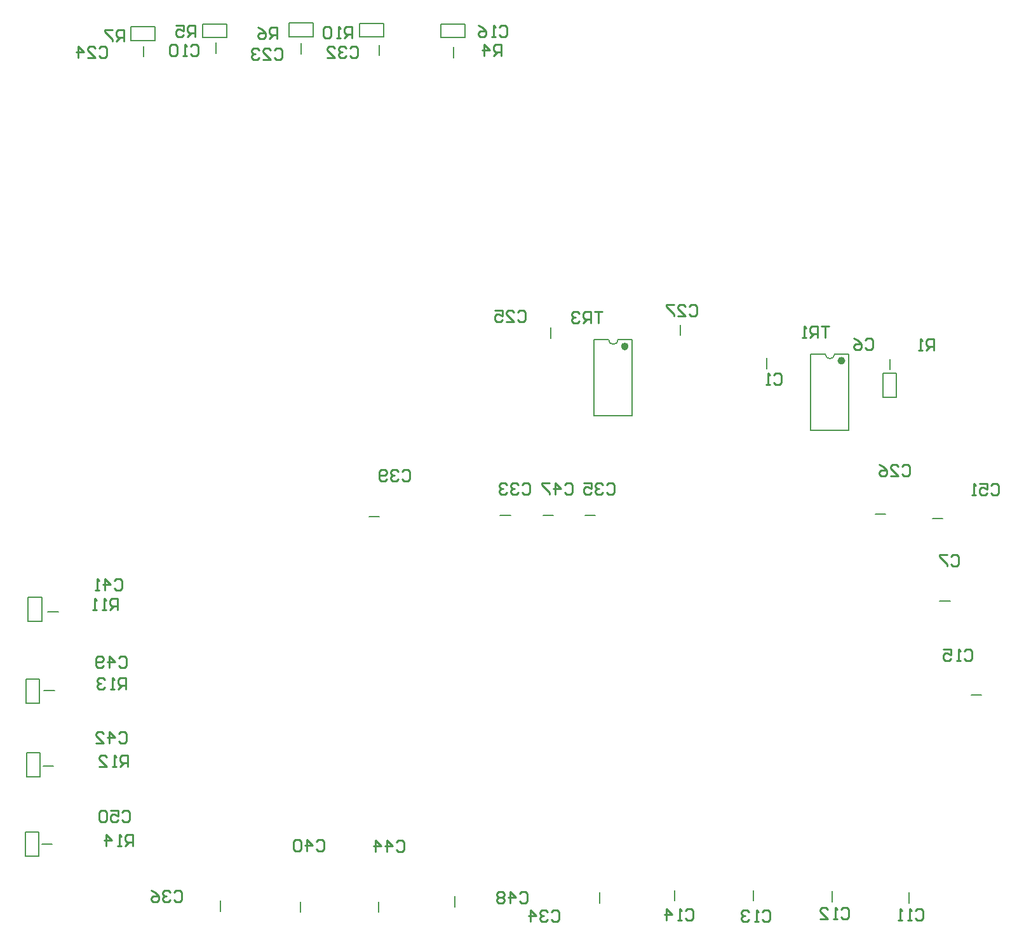
<source format=gbo>
G04*
G04 #@! TF.GenerationSoftware,Altium Limited,Altium Designer,20.1.8 (145)*
G04*
G04 Layer_Color=32896*
%FSLAX25Y25*%
%MOIN*%
G70*
G04*
G04 #@! TF.SameCoordinates,44B5AA11-E380-4430-9A95-22E2941CD606*
G04*
G04*
G04 #@! TF.FilePolarity,Positive*
G04*
G01*
G75*
%ADD11C,0.00787*%
%ADD13C,0.01968*%
%ADD16C,0.01000*%
D11*
X433587Y312500D02*
G03*
X438587Y312500I2500J0D01*
G01*
X319913Y320000D02*
G03*
X324913Y320000I2500J0D01*
G01*
X21260Y129134D02*
Y132923D01*
X14173Y129134D02*
X21260D01*
X14173D02*
Y141732D01*
X18701D01*
X21260Y132923D02*
Y141732D01*
X18701D02*
X21260D01*
X289488Y320744D02*
Y326256D01*
X402988Y304744D02*
Y310256D01*
X438587Y312500D02*
X446087D01*
X426087D02*
X433587D01*
X426087Y272500D02*
Y312500D01*
Y272500D02*
X446087D01*
Y312500D01*
X468307Y302362D02*
X470866D01*
Y293553D02*
Y302362D01*
X463779D02*
X468307D01*
X463779Y289764D02*
Y302362D01*
Y289764D02*
X470866D01*
Y293553D01*
X467500Y304244D02*
Y309756D01*
X315354Y24016D02*
Y29528D01*
X354724Y25197D02*
Y30709D01*
X396063Y25197D02*
Y30709D01*
X437402Y24803D02*
Y30315D01*
X477559Y24016D02*
Y29528D01*
X324913Y320000D02*
X332413D01*
X312413D02*
X319913D01*
X312413Y280000D02*
Y320000D01*
Y280000D02*
X332413D01*
Y320000D01*
X81890Y477165D02*
Y479724D01*
X73081Y477165D02*
X81890D01*
Y479724D02*
Y484252D01*
X69291D02*
X81890D01*
X69291Y477165D02*
Y484252D01*
Y477165D02*
X73081D01*
X119685Y478740D02*
Y481299D01*
X110876Y478740D02*
X119685D01*
Y481299D02*
Y485827D01*
X107087D02*
X119685D01*
X107087Y478740D02*
Y485827D01*
Y478740D02*
X110876D01*
X164961Y479134D02*
Y481693D01*
X156152Y479134D02*
X164961D01*
Y481693D02*
Y486221D01*
X152362D02*
X164961D01*
X152362Y479134D02*
Y486221D01*
Y479134D02*
X156152D01*
X201870Y478839D02*
Y481398D01*
X193061Y478839D02*
X201870D01*
Y481398D02*
Y485925D01*
X189272D02*
X201870D01*
X189272Y478839D02*
Y485925D01*
Y478839D02*
X193061D01*
X244488Y478740D02*
Y481299D01*
X235679Y478740D02*
X244488D01*
Y481299D02*
Y485827D01*
X231890D02*
X244488D01*
X231890Y478740D02*
Y485827D01*
Y478740D02*
X235679D01*
X19882Y184646D02*
X22441D01*
Y175837D02*
Y184646D01*
X15354D02*
X19882D01*
X15354Y172047D02*
Y184646D01*
Y172047D02*
X22441D01*
Y175837D01*
X25591Y177165D02*
X31102D01*
X23622Y135827D02*
X29134D01*
X19094Y102953D02*
X21654D01*
Y94144D02*
Y102953D01*
X14567D02*
X19094D01*
X14567Y90354D02*
Y102953D01*
Y90354D02*
X21654D01*
Y94144D01*
X23228Y96063D02*
X28740D01*
X18307Y61417D02*
X20866D01*
Y52608D02*
Y61417D01*
X13780D02*
X18307D01*
X13780Y48819D02*
Y61417D01*
Y48819D02*
X20866D01*
Y52608D01*
X22441Y55118D02*
X27953D01*
X116142Y19685D02*
Y25197D01*
X158268Y19291D02*
Y24803D01*
X199213Y19291D02*
Y24803D01*
X239370Y22047D02*
Y27559D01*
X510236Y133465D02*
X515748D01*
X493697Y182811D02*
X499209D01*
X194095Y227165D02*
X199606D01*
X459842Y228346D02*
X465354D01*
X489764Y225984D02*
X495276D01*
X75984Y468504D02*
Y474016D01*
X113779Y470472D02*
Y475984D01*
X158661Y470079D02*
Y475591D01*
X199606Y469291D02*
Y474803D01*
X238583Y468110D02*
Y473622D01*
X307480Y227559D02*
X312992D01*
X262992D02*
X268504D01*
X285433Y227559D02*
X290945D01*
X357500Y322244D02*
Y327756D01*
D13*
X443118Y308878D02*
G03*
X443118Y308878I-1028J0D01*
G01*
X329445Y316378D02*
G03*
X329445Y316378I-1028J0D01*
G01*
D16*
X66553Y136371D02*
Y142369D01*
X63554D01*
X62554Y141369D01*
Y139370D01*
X63554Y138370D01*
X66553D01*
X64553D02*
X62554Y136371D01*
X60555D02*
X58555D01*
X59555D01*
Y142369D01*
X60555Y141369D01*
X55556D02*
X54557Y142369D01*
X52557D01*
X51557Y141369D01*
Y140370D01*
X52557Y139370D01*
X53557D01*
X52557D01*
X51557Y138370D01*
Y137371D01*
X52557Y136371D01*
X54557D01*
X55556Y137371D01*
X316500Y334698D02*
X312501D01*
X314501D01*
Y328700D01*
X310502D02*
Y334698D01*
X307503D01*
X306503Y333698D01*
Y331699D01*
X307503Y330699D01*
X310502D01*
X308503D02*
X306503Y328700D01*
X304504Y333698D02*
X303504Y334698D01*
X301505D01*
X300505Y333698D01*
Y332699D01*
X301505Y331699D01*
X302504D01*
X301505D01*
X300505Y330699D01*
Y329700D01*
X301505Y328700D01*
X303504D01*
X304504Y329700D01*
X435738Y327015D02*
X431739D01*
X433739D01*
Y321017D01*
X429740D02*
Y327015D01*
X426741D01*
X425741Y326015D01*
Y324016D01*
X426741Y323016D01*
X429740D01*
X427740D02*
X425741Y321017D01*
X423742D02*
X421742D01*
X422742D01*
Y327015D01*
X423742Y326015D01*
X70096Y54088D02*
Y60086D01*
X67097D01*
X66097Y59086D01*
Y57087D01*
X67097Y56087D01*
X70096D01*
X68097D02*
X66097Y54088D01*
X64098D02*
X62099D01*
X63098D01*
Y60086D01*
X64098Y59086D01*
X56100Y54088D02*
Y60086D01*
X59100Y57087D01*
X55101D01*
X67734Y95820D02*
Y101818D01*
X64735D01*
X63735Y100818D01*
Y98819D01*
X64735Y97819D01*
X67734D01*
X65734D02*
X63735Y95820D01*
X61736D02*
X59736D01*
X60736D01*
Y101818D01*
X61736Y100818D01*
X52739Y95820D02*
X56737D01*
X52739Y99819D01*
Y100818D01*
X53738Y101818D01*
X55738D01*
X56737Y100818D01*
X62403Y178103D02*
Y184101D01*
X59404D01*
X58405Y183102D01*
Y181102D01*
X59404Y180103D01*
X62403D01*
X60404D02*
X58405Y178103D01*
X56405D02*
X54406D01*
X55406D01*
Y184101D01*
X56405Y183102D01*
X51407Y178103D02*
X49408D01*
X50407D01*
Y184101D01*
X51407Y183102D01*
X185352Y478202D02*
Y484200D01*
X182353D01*
X181353Y483200D01*
Y481201D01*
X182353Y480201D01*
X185352D01*
X183352D02*
X181353Y478202D01*
X179354D02*
X177355D01*
X178354D01*
Y484200D01*
X179354Y483200D01*
X174355D02*
X173356Y484200D01*
X171356D01*
X170357Y483200D01*
Y479201D01*
X171356Y478202D01*
X173356D01*
X174355Y479201D01*
Y483200D01*
X65628Y476529D02*
Y482527D01*
X62629D01*
X61630Y481527D01*
Y479528D01*
X62629Y478528D01*
X65628D01*
X63629D02*
X61630Y476529D01*
X59630Y482527D02*
X55632D01*
Y481527D01*
X59630Y477528D01*
Y476529D01*
X145943Y478103D02*
Y484101D01*
X142944D01*
X141945Y483102D01*
Y481102D01*
X142944Y480103D01*
X145943D01*
X143944D02*
X141945Y478103D01*
X135947Y484101D02*
X137946Y483102D01*
X139945Y481102D01*
Y479103D01*
X138945Y478103D01*
X136946D01*
X135947Y479103D01*
Y480103D01*
X136946Y481102D01*
X139945D01*
X103030Y478891D02*
Y484889D01*
X100031D01*
X99031Y483889D01*
Y481890D01*
X100031Y480890D01*
X103030D01*
X101031D02*
X99031Y478891D01*
X93033Y484889D02*
X97032D01*
Y481890D01*
X95033Y482889D01*
X94033D01*
X93033Y481890D01*
Y479890D01*
X94033Y478891D01*
X96032D01*
X97032Y479890D01*
X263660Y469048D02*
Y475046D01*
X260661D01*
X259661Y474047D01*
Y472047D01*
X260661Y471048D01*
X263660D01*
X261660D02*
X259661Y469048D01*
X254663D02*
Y475046D01*
X257662Y472047D01*
X253663D01*
X490613Y314324D02*
Y320322D01*
X487614D01*
X486614Y319322D01*
Y317323D01*
X487614Y316323D01*
X490613D01*
X488614D02*
X486614Y314324D01*
X484615D02*
X482616D01*
X483615D01*
Y320322D01*
X484615Y319322D01*
X520716Y243338D02*
X521715Y244338D01*
X523715D01*
X524714Y243338D01*
Y239339D01*
X523715Y238340D01*
X521715D01*
X520716Y239339D01*
X514717Y244338D02*
X518716D01*
Y241339D01*
X516717Y242338D01*
X515717D01*
X514717Y241339D01*
Y239339D01*
X515717Y238340D01*
X517717D01*
X518716Y239339D01*
X512718Y238340D02*
X510719D01*
X511719D01*
Y244338D01*
X512718Y243338D01*
X64629Y71684D02*
X65628Y72684D01*
X67628D01*
X68627Y71684D01*
Y67686D01*
X67628Y66686D01*
X65628D01*
X64629Y67686D01*
X58631Y72684D02*
X62629D01*
Y69685D01*
X60630Y70685D01*
X59630D01*
X58631Y69685D01*
Y67686D01*
X59630Y66686D01*
X61630D01*
X62629Y67686D01*
X56631Y71684D02*
X55632Y72684D01*
X53632D01*
X52632Y71684D01*
Y67686D01*
X53632Y66686D01*
X55632D01*
X56631Y67686D01*
Y71684D01*
X63054Y152787D02*
X64053Y153786D01*
X66053D01*
X67053Y152787D01*
Y148788D01*
X66053Y147788D01*
X64053D01*
X63054Y148788D01*
X58055Y147788D02*
Y153786D01*
X61054Y150787D01*
X57056D01*
X55056Y148788D02*
X54057Y147788D01*
X52057D01*
X51058Y148788D01*
Y152787D01*
X52057Y153786D01*
X54057D01*
X55056Y152787D01*
Y151787D01*
X54057Y150787D01*
X51058D01*
X273290Y29165D02*
X274290Y30164D01*
X276289D01*
X277289Y29165D01*
Y25166D01*
X276289Y24166D01*
X274290D01*
X273290Y25166D01*
X268292Y24166D02*
Y30164D01*
X271291Y27165D01*
X267292D01*
X265293Y29165D02*
X264293Y30164D01*
X262294D01*
X261294Y29165D01*
Y28165D01*
X262294Y27165D01*
X261294Y26166D01*
Y25166D01*
X262294Y24166D01*
X264293D01*
X265293Y25166D01*
Y26166D01*
X264293Y27165D01*
X265293Y28165D01*
Y29165D01*
X264293Y27165D02*
X262294D01*
X296908Y243755D02*
X297908Y244755D01*
X299907D01*
X300907Y243755D01*
Y239756D01*
X299907Y238757D01*
X297908D01*
X296908Y239756D01*
X291910Y238757D02*
Y244755D01*
X294909Y241756D01*
X290910D01*
X288911Y244755D02*
X284912D01*
Y243755D01*
X288911Y239756D01*
Y238757D01*
X208723Y55936D02*
X209723Y56936D01*
X211722D01*
X212722Y55936D01*
Y51938D01*
X211722Y50938D01*
X209723D01*
X208723Y51938D01*
X203725Y50938D02*
Y56936D01*
X206724Y53937D01*
X202725D01*
X197727Y50938D02*
Y56936D01*
X200726Y53937D01*
X196727D01*
X63054Y113023D02*
X64053Y114023D01*
X66053D01*
X67053Y113023D01*
Y109024D01*
X66053Y108025D01*
X64053D01*
X63054Y109024D01*
X58055Y108025D02*
Y114023D01*
X61054Y111024D01*
X57056D01*
X51058Y108025D02*
X55056D01*
X51058Y112023D01*
Y113023D01*
X52057Y114023D01*
X54057D01*
X55056Y113023D01*
X60479Y193338D02*
X61479Y194338D01*
X63478D01*
X64478Y193338D01*
Y189339D01*
X63478Y188340D01*
X61479D01*
X60479Y189339D01*
X55481Y188340D02*
Y194338D01*
X58480Y191339D01*
X54481D01*
X52482Y188340D02*
X50483D01*
X51482D01*
Y194338D01*
X52482Y193338D01*
X166597Y56330D02*
X167597Y57330D01*
X169596D01*
X170596Y56330D01*
Y52331D01*
X169596Y51332D01*
X167597D01*
X166597Y52331D01*
X161599Y51332D02*
Y57330D01*
X164598Y54331D01*
X160599D01*
X158600Y56330D02*
X157600Y57330D01*
X155601D01*
X154601Y56330D01*
Y52331D01*
X155601Y51332D01*
X157600D01*
X158600Y52331D01*
Y56330D01*
X211479Y250818D02*
X212479Y251818D01*
X214478D01*
X215478Y250818D01*
Y246819D01*
X214478Y245820D01*
X212479D01*
X211479Y246819D01*
X209480Y250818D02*
X208480Y251818D01*
X206481D01*
X205481Y250818D01*
Y249819D01*
X206481Y248819D01*
X207480D01*
X206481D01*
X205481Y247819D01*
Y246819D01*
X206481Y245820D01*
X208480D01*
X209480Y246819D01*
X203482D02*
X202482Y245820D01*
X200483D01*
X199483Y246819D01*
Y250818D01*
X200483Y251818D01*
X202482D01*
X203482Y250818D01*
Y249819D01*
X202482Y248819D01*
X199483D01*
X91794Y29558D02*
X92794Y30558D01*
X94793D01*
X95793Y29558D01*
Y25560D01*
X94793Y24560D01*
X92794D01*
X91794Y25560D01*
X89795Y29558D02*
X88795Y30558D01*
X86796D01*
X85796Y29558D01*
Y28559D01*
X86796Y27559D01*
X87795D01*
X86796D01*
X85796Y26559D01*
Y25560D01*
X86796Y24560D01*
X88795D01*
X89795Y25560D01*
X79798Y30558D02*
X81797Y29558D01*
X83797Y27559D01*
Y25560D01*
X82797Y24560D01*
X80797D01*
X79798Y25560D01*
Y26559D01*
X80797Y27559D01*
X83797D01*
X318989Y243761D02*
X319988Y244760D01*
X321988D01*
X322987Y243761D01*
Y239762D01*
X321988Y238762D01*
X319988D01*
X318989Y239762D01*
X316989Y243761D02*
X315990Y244760D01*
X313990D01*
X312991Y243761D01*
Y242761D01*
X313990Y241761D01*
X314990D01*
X313990D01*
X312991Y240762D01*
Y239762D01*
X313990Y238762D01*
X315990D01*
X316989Y239762D01*
X306993Y244760D02*
X310991D01*
Y241761D01*
X308992Y242761D01*
X307992D01*
X306993Y241761D01*
Y239762D01*
X307992Y238762D01*
X309992D01*
X310991Y239762D01*
X289826Y19322D02*
X290825Y20322D01*
X292825D01*
X293824Y19322D01*
Y15324D01*
X292825Y14324D01*
X290825D01*
X289826Y15324D01*
X287826Y19322D02*
X286826Y20322D01*
X284827D01*
X283827Y19322D01*
Y18323D01*
X284827Y17323D01*
X285827D01*
X284827D01*
X283827Y16323D01*
Y15324D01*
X284827Y14324D01*
X286826D01*
X287826Y15324D01*
X278829Y14324D02*
Y20322D01*
X281828Y17323D01*
X277829D01*
X274457Y243765D02*
X275457Y244765D01*
X277456D01*
X278456Y243765D01*
Y239767D01*
X277456Y238767D01*
X275457D01*
X274457Y239767D01*
X272458Y243765D02*
X271458Y244765D01*
X269459D01*
X268459Y243765D01*
Y242766D01*
X269459Y241766D01*
X270459D01*
X269459D01*
X268459Y240766D01*
Y239767D01*
X269459Y238767D01*
X271458D01*
X272458Y239767D01*
X266460Y243765D02*
X265460Y244765D01*
X263461D01*
X262461Y243765D01*
Y242766D01*
X263461Y241766D01*
X264460D01*
X263461D01*
X262461Y240766D01*
Y239767D01*
X263461Y238767D01*
X265460D01*
X266460Y239767D01*
X184314Y472865D02*
X185313Y473865D01*
X187313D01*
X188312Y472865D01*
Y468867D01*
X187313Y467867D01*
X185313D01*
X184314Y468867D01*
X182314Y472865D02*
X181315Y473865D01*
X179315D01*
X178316Y472865D01*
Y471866D01*
X179315Y470866D01*
X180315D01*
X179315D01*
X178316Y469867D01*
Y468867D01*
X179315Y467867D01*
X181315D01*
X182314Y468867D01*
X172318Y467867D02*
X176316D01*
X172318Y471866D01*
Y472865D01*
X173317Y473865D01*
X175317D01*
X176316Y472865D01*
X362290Y337298D02*
X363289Y338298D01*
X365288D01*
X366288Y337298D01*
Y333300D01*
X365288Y332300D01*
X363289D01*
X362290Y333300D01*
X356291Y332300D02*
X360290D01*
X356291Y336299D01*
Y337298D01*
X357291Y338298D01*
X359291D01*
X360290Y337298D01*
X354292Y338298D02*
X350293D01*
Y337298D01*
X354292Y333300D01*
Y332300D01*
X474077Y253181D02*
X475077Y254180D01*
X477076D01*
X478076Y253181D01*
Y249182D01*
X477076Y248182D01*
X475077D01*
X474077Y249182D01*
X468079Y248182D02*
X472078D01*
X468079Y252181D01*
Y253181D01*
X469079Y254180D01*
X471078D01*
X472078Y253181D01*
X462081Y254180D02*
X464081Y253181D01*
X466080Y251181D01*
Y249182D01*
X465080Y248182D01*
X463081D01*
X462081Y249182D01*
Y250181D01*
X463081Y251181D01*
X466080D01*
X272109Y334283D02*
X273109Y335282D01*
X275108D01*
X276108Y334283D01*
Y330284D01*
X275108Y329284D01*
X273109D01*
X272109Y330284D01*
X266111Y329284D02*
X270110D01*
X266111Y333283D01*
Y334283D01*
X267111Y335282D01*
X269110D01*
X270110Y334283D01*
X260113Y335282D02*
X264111D01*
Y332283D01*
X262112Y333283D01*
X261112D01*
X260113Y332283D01*
Y330284D01*
X261112Y329284D01*
X263112D01*
X264111Y330284D01*
X52424Y472865D02*
X53424Y473865D01*
X55423D01*
X56423Y472865D01*
Y468867D01*
X55423Y467867D01*
X53424D01*
X52424Y468867D01*
X46426Y467867D02*
X50424D01*
X46426Y471866D01*
Y472865D01*
X47425Y473865D01*
X49425D01*
X50424Y472865D01*
X41427Y467867D02*
Y473865D01*
X44427Y470866D01*
X40428D01*
X144550Y472078D02*
X145550Y473078D01*
X147549D01*
X148549Y472078D01*
Y468079D01*
X147549Y467080D01*
X145550D01*
X144550Y468079D01*
X138552Y467080D02*
X142551D01*
X138552Y471078D01*
Y472078D01*
X139551Y473078D01*
X141551D01*
X142551Y472078D01*
X136553D02*
X135553Y473078D01*
X133553D01*
X132554Y472078D01*
Y471078D01*
X133553Y470079D01*
X134553D01*
X133553D01*
X132554Y469079D01*
Y468079D01*
X133553Y467080D01*
X135553D01*
X136553Y468079D01*
X262554Y483889D02*
X263554Y484889D01*
X265553D01*
X266553Y483889D01*
Y479890D01*
X265553Y478891D01*
X263554D01*
X262554Y479890D01*
X260555Y478891D02*
X258555D01*
X259555D01*
Y484889D01*
X260555Y483889D01*
X251557Y484889D02*
X253557Y483889D01*
X255556Y481890D01*
Y479890D01*
X254557Y478891D01*
X252557D01*
X251557Y479890D01*
Y480890D01*
X252557Y481890D01*
X255556D01*
X506648Y156330D02*
X507648Y157330D01*
X509648D01*
X510647Y156330D01*
Y152331D01*
X509648Y151332D01*
X507648D01*
X506648Y152331D01*
X504649Y151332D02*
X502650D01*
X503649D01*
Y157330D01*
X504649Y156330D01*
X495652Y157330D02*
X499651D01*
Y154331D01*
X497651Y155330D01*
X496652D01*
X495652Y154331D01*
Y152331D01*
X496652Y151332D01*
X498651D01*
X499651Y152331D01*
X360192Y20110D02*
X361191Y21109D01*
X363191D01*
X364191Y20110D01*
Y16111D01*
X363191Y15111D01*
X361191D01*
X360192Y16111D01*
X358192Y15111D02*
X356193D01*
X357193D01*
Y21109D01*
X358192Y20110D01*
X350195Y15111D02*
Y21109D01*
X353194Y18110D01*
X349195D01*
X400743Y19322D02*
X401743Y20322D01*
X403742D01*
X404742Y19322D01*
Y15324D01*
X403742Y14324D01*
X401743D01*
X400743Y15324D01*
X398744Y14324D02*
X396744D01*
X397744D01*
Y20322D01*
X398744Y19322D01*
X393745D02*
X392745Y20322D01*
X390746D01*
X389746Y19322D01*
Y18323D01*
X390746Y17323D01*
X391746D01*
X390746D01*
X389746Y16323D01*
Y15324D01*
X390746Y14324D01*
X392745D01*
X393745Y15324D01*
X442081Y20503D02*
X443081Y21503D01*
X445081D01*
X446080Y20503D01*
Y16505D01*
X445081Y15505D01*
X443081D01*
X442081Y16505D01*
X440082Y15505D02*
X438083D01*
X439082D01*
Y21503D01*
X440082Y20503D01*
X431085Y15505D02*
X435084D01*
X431085Y19504D01*
Y20503D01*
X432085Y21503D01*
X434084D01*
X435084Y20503D01*
X480846Y20110D02*
X481845Y21109D01*
X483845D01*
X484844Y20110D01*
Y16111D01*
X483845Y15111D01*
X481845D01*
X480846Y16111D01*
X478846Y15111D02*
X476847D01*
X477847D01*
Y21109D01*
X478846Y20110D01*
X473848Y15111D02*
X471849D01*
X472848D01*
Y21109D01*
X473848Y20110D01*
X100743Y474047D02*
X101743Y475046D01*
X103742D01*
X104742Y474047D01*
Y470048D01*
X103742Y469048D01*
X101743D01*
X100743Y470048D01*
X98744Y469048D02*
X96744D01*
X97744D01*
Y475046D01*
X98744Y474047D01*
X93745D02*
X92746Y475046D01*
X90746D01*
X89746Y474047D01*
Y470048D01*
X90746Y469048D01*
X92746D01*
X93745Y470048D01*
Y474047D01*
X499425Y205936D02*
X500424Y206936D01*
X502424D01*
X503424Y205936D01*
Y201938D01*
X502424Y200938D01*
X500424D01*
X499425Y201938D01*
X497426Y206936D02*
X493427D01*
Y205936D01*
X497426Y201938D01*
Y200938D01*
X454543Y319716D02*
X455543Y320716D01*
X457542D01*
X458542Y319716D01*
Y315717D01*
X457542Y314718D01*
X455543D01*
X454543Y315717D01*
X448545Y320716D02*
X450544Y319716D01*
X452544Y317717D01*
Y315717D01*
X451544Y314718D01*
X449545D01*
X448545Y315717D01*
Y316717D01*
X449545Y317717D01*
X452544D01*
X406693Y301212D02*
X407693Y302212D01*
X409692D01*
X410692Y301212D01*
Y297213D01*
X409692Y296214D01*
X407693D01*
X406693Y297213D01*
X404694Y296214D02*
X402694D01*
X403694D01*
Y302212D01*
X404694Y301212D01*
M02*

</source>
